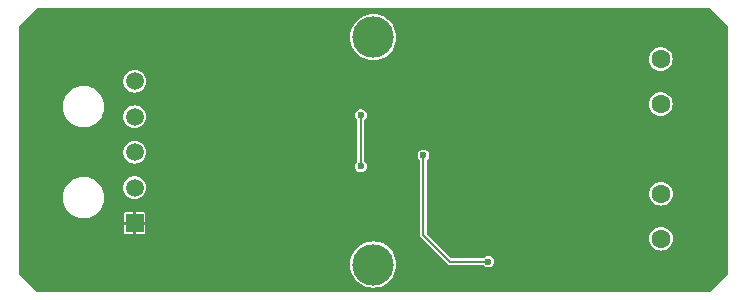
<source format=gbr>
%TF.GenerationSoftware,KiCad,Pcbnew,8.0.1*%
%TF.CreationDate,2024-04-22T12:52:14-04:00*%
%TF.ProjectId,QATCH_MUX_PCB_tester_1x1,51415443-485f-44d5-9558-5f5043425f74,1*%
%TF.SameCoordinates,Original*%
%TF.FileFunction,Copper,L2,Bot*%
%TF.FilePolarity,Positive*%
%FSLAX46Y46*%
G04 Gerber Fmt 4.6, Leading zero omitted, Abs format (unit mm)*
G04 Created by KiCad (PCBNEW 8.0.1) date 2024-04-22 12:52:14*
%MOMM*%
%LPD*%
G01*
G04 APERTURE LIST*
%TA.AperFunction,ComponentPad*%
%ADD10R,1.520000X1.520000*%
%TD*%
%TA.AperFunction,ComponentPad*%
%ADD11C,1.520000*%
%TD*%
%TA.AperFunction,ComponentPad*%
%ADD12C,1.600200*%
%TD*%
%TA.AperFunction,ViaPad*%
%ADD13C,3.500000*%
%TD*%
%TA.AperFunction,ViaPad*%
%ADD14C,0.600000*%
%TD*%
%TA.AperFunction,Conductor*%
%ADD15C,0.200000*%
%TD*%
G04 APERTURE END LIST*
D10*
%TO.P,J1,1,1*%
%TO.N,Net-(U1-\u002AG2A)*%
X118290000Y-105490000D03*
D11*
%TO.P,J1,2,2*%
%TO.N,Net-(U1-C)*%
X118290000Y-102490001D03*
%TO.P,J1,3,3*%
%TO.N,Net-(U1-B)*%
X118290000Y-99490002D03*
%TO.P,J1,4,4*%
%TO.N,Net-(U1-A)*%
X118290000Y-96490003D03*
%TO.P,J1,5,5*%
%TO.N,Net-(U2-EN)*%
X118290000Y-93490004D03*
%TD*%
D12*
%TO.P,J3,1,1*%
%TO.N,Net-(J3-Pad1)*%
X162854000Y-103009997D03*
%TO.P,J3,2,2*%
%TO.N,Net-(J3-Pad2)*%
X162854000Y-106819997D03*
%TD*%
%TO.P,J2,1,1*%
%TO.N,Net-(J2-Pad1)*%
X162844000Y-91600000D03*
%TO.P,J2,2,2*%
%TO.N,Net-(J2-Pad2)*%
X162844000Y-95410000D03*
%TD*%
D13*
%TO.N,*%
X138500000Y-109000000D03*
X138500000Y-89750000D03*
D14*
%TO.N,Net-(U1-G1)*%
X137450000Y-100700000D03*
X137450000Y-96350000D03*
%TO.N,Net-(U1-Y1)*%
X142750000Y-99750000D03*
X148250000Y-108750000D03*
%TD*%
D15*
%TO.N,Net-(U1-G1)*%
X137450000Y-100700000D02*
X137450000Y-96350000D01*
%TO.N,Net-(U1-Y1)*%
X145000000Y-108750000D02*
X148250000Y-108750000D01*
X142750000Y-99750000D02*
X142750000Y-106500000D01*
X142750000Y-106500000D02*
X145000000Y-108750000D01*
%TD*%
%TA.AperFunction,Conductor*%
%TO.N,Net-(U1-\u002AG2A)*%
G36*
X166999715Y-87307529D02*
G01*
X168492471Y-88800285D01*
X168499500Y-88817256D01*
X168499500Y-109782744D01*
X168492471Y-109799715D01*
X166999715Y-111292471D01*
X166982744Y-111299500D01*
X110017256Y-111299500D01*
X110000285Y-111292471D01*
X108507529Y-109799715D01*
X108500500Y-109782744D01*
X108500500Y-109000000D01*
X136544518Y-109000000D01*
X136564421Y-109278290D01*
X136564422Y-109278294D01*
X136623729Y-109550923D01*
X136713902Y-109792686D01*
X136721233Y-109812342D01*
X136854943Y-110057211D01*
X136854945Y-110057215D01*
X136956732Y-110193186D01*
X137022145Y-110280568D01*
X137219432Y-110477855D01*
X137442787Y-110645056D01*
X137605390Y-110733844D01*
X137687657Y-110778766D01*
X137687658Y-110778766D01*
X137687663Y-110778769D01*
X137949077Y-110876271D01*
X138221706Y-110935578D01*
X138500000Y-110955482D01*
X138778294Y-110935578D01*
X139050923Y-110876271D01*
X139312337Y-110778769D01*
X139557213Y-110645056D01*
X139780568Y-110477855D01*
X139977855Y-110280568D01*
X140145056Y-110057213D01*
X140278769Y-109812337D01*
X140376271Y-109550923D01*
X140435578Y-109278294D01*
X140455482Y-109000000D01*
X140435578Y-108721706D01*
X140376271Y-108449077D01*
X140278769Y-108187663D01*
X140145056Y-107942787D01*
X139977855Y-107719432D01*
X139780568Y-107522145D01*
X139706680Y-107466833D01*
X139557215Y-107354945D01*
X139557211Y-107354943D01*
X139312342Y-107221233D01*
X139268184Y-107204763D01*
X139050923Y-107123729D01*
X138829244Y-107075505D01*
X138778290Y-107064421D01*
X138500000Y-107044518D01*
X138221709Y-107064421D01*
X138085391Y-107094075D01*
X137949077Y-107123729D01*
X137949074Y-107123729D01*
X137949074Y-107123730D01*
X137687657Y-107221233D01*
X137442788Y-107354943D01*
X137442784Y-107354945D01*
X137219434Y-107522143D01*
X137022143Y-107719434D01*
X136854945Y-107942784D01*
X136854943Y-107942788D01*
X136721233Y-108187657D01*
X136626193Y-108442471D01*
X136623729Y-108449077D01*
X136623637Y-108449500D01*
X136564421Y-108721709D01*
X136544518Y-109000000D01*
X108500500Y-109000000D01*
X108500500Y-105364999D01*
X117380000Y-105364999D01*
X117380001Y-105365000D01*
X117795502Y-105365000D01*
X117780000Y-105422857D01*
X117780000Y-105557143D01*
X117795502Y-105615000D01*
X117380002Y-105615000D01*
X117380001Y-105615001D01*
X117380001Y-106264773D01*
X117388702Y-106308526D01*
X117388703Y-106308528D01*
X117421854Y-106358141D01*
X117421858Y-106358145D01*
X117471472Y-106391297D01*
X117515224Y-106399999D01*
X118164998Y-106399999D01*
X118165000Y-106399998D01*
X118165000Y-105984497D01*
X118222857Y-106000000D01*
X118357143Y-106000000D01*
X118415000Y-105984497D01*
X118415000Y-106399998D01*
X118415001Y-106399999D01*
X119064773Y-106399999D01*
X119108526Y-106391297D01*
X119108528Y-106391296D01*
X119158141Y-106358145D01*
X119158145Y-106358141D01*
X119191297Y-106308527D01*
X119199999Y-106264779D01*
X119200000Y-106264771D01*
X119200000Y-105615001D01*
X119199999Y-105615000D01*
X118784498Y-105615000D01*
X118800000Y-105557143D01*
X118800000Y-105422857D01*
X118784498Y-105365000D01*
X119199998Y-105365000D01*
X119199999Y-105364999D01*
X119199999Y-104715226D01*
X119191297Y-104671473D01*
X119191296Y-104671471D01*
X119158145Y-104621858D01*
X119158141Y-104621854D01*
X119108527Y-104588702D01*
X119064779Y-104580000D01*
X118415001Y-104580000D01*
X118415000Y-104580001D01*
X118415000Y-104995502D01*
X118357143Y-104980000D01*
X118222857Y-104980000D01*
X118165000Y-104995502D01*
X118165000Y-104580001D01*
X118164999Y-104580000D01*
X117515226Y-104580000D01*
X117471473Y-104588702D01*
X117471471Y-104588703D01*
X117421858Y-104621854D01*
X117421854Y-104621858D01*
X117388702Y-104671472D01*
X117380000Y-104715220D01*
X117380000Y-105364999D01*
X108500500Y-105364999D01*
X108500500Y-103454720D01*
X112219501Y-103454720D01*
X112234493Y-103568590D01*
X112249454Y-103682231D01*
X112308841Y-103903870D01*
X112308843Y-103903874D01*
X112396657Y-104115874D01*
X112511394Y-104314605D01*
X112651074Y-104496637D01*
X112651076Y-104496640D01*
X112651078Y-104496642D01*
X112651082Y-104496647D01*
X112813340Y-104658905D01*
X112813344Y-104658908D01*
X112813346Y-104658910D01*
X112813349Y-104658912D01*
X112995381Y-104798592D01*
X112995386Y-104798595D01*
X112995389Y-104798597D01*
X113194113Y-104913330D01*
X113406112Y-105001143D01*
X113406116Y-105001145D01*
X113627755Y-105060532D01*
X113627756Y-105060532D01*
X113627763Y-105060534D01*
X113855267Y-105090486D01*
X113855271Y-105090486D01*
X114084731Y-105090486D01*
X114084735Y-105090486D01*
X114312239Y-105060534D01*
X114398247Y-105037488D01*
X114533885Y-105001145D01*
X114533885Y-105001144D01*
X114533888Y-105001144D01*
X114745889Y-104913330D01*
X114944613Y-104798597D01*
X115126662Y-104658905D01*
X115288920Y-104496647D01*
X115428612Y-104314598D01*
X115543345Y-104115874D01*
X115631159Y-103903873D01*
X115690549Y-103682224D01*
X115720501Y-103454720D01*
X115720501Y-103225252D01*
X115690549Y-102997748D01*
X115631159Y-102776099D01*
X115543345Y-102564098D01*
X115500568Y-102490005D01*
X117324853Y-102490005D01*
X117343396Y-102678288D01*
X117366419Y-102754184D01*
X117398320Y-102859347D01*
X117487510Y-103026208D01*
X117487514Y-103026212D01*
X117487516Y-103026216D01*
X117607530Y-103172454D01*
X117607533Y-103172457D01*
X117607538Y-103172463D01*
X117607543Y-103172467D01*
X117607546Y-103172470D01*
X117753784Y-103292484D01*
X117753793Y-103292491D01*
X117920654Y-103381681D01*
X118093031Y-103433970D01*
X118101712Y-103436604D01*
X118289995Y-103455148D01*
X118290000Y-103455148D01*
X118290005Y-103455148D01*
X118478287Y-103436604D01*
X118478289Y-103436603D01*
X118478291Y-103436603D01*
X118659346Y-103381681D01*
X118826207Y-103292491D01*
X118972462Y-103172463D01*
X119092490Y-103026208D01*
X119181680Y-102859347D01*
X119236602Y-102678292D01*
X119236602Y-102678290D01*
X119236603Y-102678288D01*
X119255147Y-102490005D01*
X119255147Y-102489996D01*
X119236603Y-102301713D01*
X119233969Y-102293032D01*
X119181680Y-102120655D01*
X119092490Y-101953794D01*
X119033061Y-101881379D01*
X118972469Y-101807547D01*
X118972466Y-101807544D01*
X118972462Y-101807539D01*
X118972456Y-101807534D01*
X118972453Y-101807531D01*
X118826215Y-101687517D01*
X118826211Y-101687515D01*
X118826207Y-101687511D01*
X118659346Y-101598321D01*
X118554183Y-101566420D01*
X118478287Y-101543397D01*
X118290005Y-101524854D01*
X118289995Y-101524854D01*
X118101712Y-101543397D01*
X117996546Y-101575299D01*
X117920654Y-101598321D01*
X117920650Y-101598322D01*
X117920650Y-101598323D01*
X117753795Y-101687510D01*
X117753784Y-101687517D01*
X117607546Y-101807531D01*
X117607530Y-101807547D01*
X117487516Y-101953785D01*
X117487509Y-101953796D01*
X117419467Y-102081093D01*
X117398320Y-102120655D01*
X117379308Y-102183331D01*
X117343396Y-102301713D01*
X117324853Y-102489996D01*
X117324853Y-102490005D01*
X115500568Y-102490005D01*
X115428612Y-102365374D01*
X115428610Y-102365371D01*
X115428607Y-102365366D01*
X115288927Y-102183334D01*
X115288925Y-102183331D01*
X115288923Y-102183329D01*
X115288920Y-102183325D01*
X115126662Y-102021067D01*
X115126657Y-102021063D01*
X115126655Y-102021061D01*
X115126652Y-102021059D01*
X114944620Y-101881379D01*
X114745889Y-101766642D01*
X114533889Y-101678828D01*
X114533885Y-101678826D01*
X114312246Y-101619439D01*
X114312239Y-101619438D01*
X114084735Y-101589486D01*
X113855267Y-101589486D01*
X113648643Y-101616688D01*
X113627755Y-101619439D01*
X113406116Y-101678826D01*
X113406112Y-101678828D01*
X113194112Y-101766642D01*
X112995381Y-101881379D01*
X112813349Y-102021059D01*
X112813346Y-102021061D01*
X112651076Y-102183331D01*
X112651074Y-102183334D01*
X112511394Y-102365366D01*
X112396657Y-102564097D01*
X112308843Y-102776097D01*
X112308841Y-102776101D01*
X112249454Y-102997740D01*
X112249453Y-102997748D01*
X112219501Y-103225252D01*
X112219501Y-103454720D01*
X108500500Y-103454720D01*
X108500500Y-100700000D01*
X136944353Y-100700000D01*
X136964835Y-100842457D01*
X137024623Y-100973373D01*
X137118872Y-101082143D01*
X137239947Y-101159953D01*
X137378039Y-101200500D01*
X137378040Y-101200500D01*
X137521960Y-101200500D01*
X137521961Y-101200500D01*
X137660053Y-101159953D01*
X137781128Y-101082143D01*
X137875377Y-100973373D01*
X137935165Y-100842457D01*
X137955647Y-100700000D01*
X137935165Y-100557543D01*
X137875377Y-100426627D01*
X137781128Y-100317857D01*
X137781127Y-100317856D01*
X137761524Y-100305257D01*
X137751048Y-100290168D01*
X137750500Y-100285067D01*
X137750500Y-99750000D01*
X142244353Y-99750000D01*
X142264835Y-99892457D01*
X142324623Y-100023373D01*
X142418872Y-100132143D01*
X142438477Y-100144742D01*
X142448951Y-100159828D01*
X142449500Y-100164930D01*
X142449500Y-106539562D01*
X142458155Y-106571862D01*
X142469978Y-106615988D01*
X142469979Y-106615989D01*
X142474515Y-106623845D01*
X142509540Y-106684511D01*
X144815489Y-108990460D01*
X144884012Y-109030022D01*
X144960438Y-109050500D01*
X145039562Y-109050500D01*
X147837167Y-109050500D01*
X147854138Y-109057529D01*
X147855305Y-109058783D01*
X147918872Y-109132143D01*
X148039947Y-109209953D01*
X148178039Y-109250500D01*
X148178040Y-109250500D01*
X148321960Y-109250500D01*
X148321961Y-109250500D01*
X148460053Y-109209953D01*
X148581128Y-109132143D01*
X148675377Y-109023373D01*
X148735165Y-108892457D01*
X148755647Y-108750000D01*
X148735165Y-108607543D01*
X148675377Y-108476627D01*
X148581128Y-108367857D01*
X148581127Y-108367856D01*
X148460055Y-108290048D01*
X148460050Y-108290046D01*
X148420193Y-108278343D01*
X148321961Y-108249500D01*
X148178039Y-108249500D01*
X148120639Y-108266353D01*
X148039949Y-108290046D01*
X148039944Y-108290048D01*
X147918872Y-108367856D01*
X147855305Y-108441217D01*
X147838879Y-108449439D01*
X147837167Y-108449500D01*
X145134413Y-108449500D01*
X145117442Y-108442471D01*
X143494972Y-106820001D01*
X161848559Y-106820001D01*
X161867876Y-107016145D01*
X161891861Y-107095209D01*
X161925094Y-107204763D01*
X162018006Y-107378590D01*
X162018010Y-107378594D01*
X162018012Y-107378598D01*
X162143038Y-107530942D01*
X162143041Y-107530945D01*
X162143046Y-107530951D01*
X162143051Y-107530955D01*
X162143054Y-107530958D01*
X162295398Y-107655984D01*
X162295407Y-107655991D01*
X162469234Y-107748903D01*
X162648809Y-107803377D01*
X162657851Y-107806120D01*
X162853995Y-107825438D01*
X162854000Y-107825438D01*
X162854005Y-107825438D01*
X163050148Y-107806120D01*
X163050150Y-107806119D01*
X163050152Y-107806119D01*
X163238766Y-107748903D01*
X163412593Y-107655991D01*
X163564954Y-107530951D01*
X163689994Y-107378590D01*
X163782906Y-107204763D01*
X163840122Y-107016149D01*
X163840122Y-107016147D01*
X163840123Y-107016145D01*
X163859441Y-106820001D01*
X163859441Y-106819992D01*
X163840122Y-106623848D01*
X163840122Y-106623845D01*
X163837739Y-106615988D01*
X163782906Y-106435231D01*
X163689994Y-106261404D01*
X163564954Y-106109043D01*
X163564948Y-106109038D01*
X163564945Y-106109035D01*
X163412601Y-105984009D01*
X163412597Y-105984007D01*
X163412593Y-105984003D01*
X163238766Y-105891091D01*
X163129212Y-105857858D01*
X163050148Y-105833873D01*
X162854005Y-105814556D01*
X162853995Y-105814556D01*
X162657851Y-105833873D01*
X162548294Y-105867107D01*
X162469234Y-105891091D01*
X162469230Y-105891092D01*
X162469230Y-105891093D01*
X162295409Y-105984002D01*
X162295398Y-105984009D01*
X162143054Y-106109035D01*
X162143038Y-106109051D01*
X162018012Y-106261395D01*
X162018007Y-106261402D01*
X162018006Y-106261404D01*
X161925094Y-106435231D01*
X161870261Y-106615988D01*
X161867878Y-106623845D01*
X161867877Y-106623848D01*
X161848559Y-106819992D01*
X161848559Y-106820001D01*
X143494972Y-106820001D01*
X143057529Y-106382558D01*
X143050500Y-106365587D01*
X143050500Y-103010001D01*
X161848559Y-103010001D01*
X161867876Y-103206145D01*
X161873674Y-103225256D01*
X161925094Y-103394763D01*
X162018006Y-103568590D01*
X162018010Y-103568594D01*
X162018012Y-103568598D01*
X162143038Y-103720942D01*
X162143041Y-103720945D01*
X162143046Y-103720951D01*
X162143051Y-103720955D01*
X162143054Y-103720958D01*
X162295398Y-103845984D01*
X162295407Y-103845991D01*
X162469234Y-103938903D01*
X162648809Y-103993377D01*
X162657851Y-103996120D01*
X162853995Y-104015438D01*
X162854000Y-104015438D01*
X162854005Y-104015438D01*
X163050148Y-103996120D01*
X163050150Y-103996119D01*
X163050152Y-103996119D01*
X163238766Y-103938903D01*
X163412593Y-103845991D01*
X163564954Y-103720951D01*
X163689994Y-103568590D01*
X163782906Y-103394763D01*
X163840122Y-103206149D01*
X163840122Y-103206147D01*
X163840123Y-103206145D01*
X163859441Y-103010001D01*
X163859441Y-103009992D01*
X163840123Y-102813848D01*
X163828672Y-102776101D01*
X163782906Y-102625231D01*
X163689994Y-102451404D01*
X163619391Y-102365374D01*
X163564961Y-102299051D01*
X163564958Y-102299048D01*
X163564954Y-102299043D01*
X163564948Y-102299038D01*
X163564945Y-102299035D01*
X163412601Y-102174009D01*
X163412597Y-102174007D01*
X163412593Y-102174003D01*
X163238766Y-102081091D01*
X163129212Y-102047858D01*
X163050148Y-102023873D01*
X162854005Y-102004556D01*
X162853995Y-102004556D01*
X162657851Y-102023873D01*
X162548294Y-102057107D01*
X162469234Y-102081091D01*
X162469230Y-102081092D01*
X162469230Y-102081093D01*
X162295409Y-102174002D01*
X162295398Y-102174009D01*
X162143054Y-102299035D01*
X162143038Y-102299051D01*
X162018012Y-102451395D01*
X162018007Y-102451402D01*
X162018006Y-102451404D01*
X161925094Y-102625231D01*
X161908999Y-102678288D01*
X161867876Y-102813848D01*
X161848559Y-103009992D01*
X161848559Y-103010001D01*
X143050500Y-103010001D01*
X143050500Y-100164930D01*
X143057529Y-100147959D01*
X143061513Y-100144747D01*
X143081128Y-100132143D01*
X143175377Y-100023373D01*
X143235165Y-99892457D01*
X143255647Y-99750000D01*
X143235165Y-99607543D01*
X143175377Y-99476627D01*
X143081128Y-99367857D01*
X143081127Y-99367856D01*
X142960055Y-99290048D01*
X142960050Y-99290046D01*
X142920193Y-99278343D01*
X142821961Y-99249500D01*
X142678039Y-99249500D01*
X142620639Y-99266353D01*
X142539949Y-99290046D01*
X142539944Y-99290048D01*
X142418872Y-99367856D01*
X142324622Y-99476628D01*
X142264836Y-99607540D01*
X142264835Y-99607543D01*
X142244353Y-99750000D01*
X137750500Y-99750000D01*
X137750500Y-96764930D01*
X137757529Y-96747959D01*
X137761513Y-96744747D01*
X137781128Y-96732143D01*
X137875377Y-96623373D01*
X137935165Y-96492457D01*
X137955647Y-96350000D01*
X137935165Y-96207543D01*
X137875377Y-96076627D01*
X137781128Y-95967857D01*
X137781127Y-95967856D01*
X137660055Y-95890048D01*
X137660050Y-95890046D01*
X137620193Y-95878343D01*
X137521961Y-95849500D01*
X137378039Y-95849500D01*
X137320639Y-95866353D01*
X137239949Y-95890046D01*
X137239944Y-95890048D01*
X137118872Y-95967856D01*
X137024622Y-96076628D01*
X136966503Y-96203890D01*
X136964835Y-96207543D01*
X136944353Y-96350000D01*
X136964835Y-96492457D01*
X137024623Y-96623373D01*
X137118872Y-96732143D01*
X137138477Y-96744742D01*
X137148951Y-96759828D01*
X137149500Y-96764930D01*
X137149500Y-100285067D01*
X137142471Y-100302038D01*
X137138476Y-100305257D01*
X137118872Y-100317856D01*
X137024622Y-100426628D01*
X137020066Y-100436605D01*
X136964835Y-100557543D01*
X136944353Y-100700000D01*
X108500500Y-100700000D01*
X108500500Y-99490006D01*
X117324853Y-99490006D01*
X117343396Y-99678289D01*
X117365150Y-99750000D01*
X117398320Y-99859348D01*
X117487510Y-100026209D01*
X117487514Y-100026213D01*
X117487516Y-100026217D01*
X117607530Y-100172455D01*
X117607533Y-100172458D01*
X117607538Y-100172464D01*
X117607543Y-100172468D01*
X117607546Y-100172471D01*
X117750961Y-100290168D01*
X117753793Y-100292492D01*
X117920654Y-100381682D01*
X118093031Y-100433971D01*
X118101712Y-100436605D01*
X118289995Y-100455149D01*
X118290000Y-100455149D01*
X118290005Y-100455149D01*
X118478287Y-100436605D01*
X118478289Y-100436604D01*
X118478291Y-100436604D01*
X118659346Y-100381682D01*
X118826207Y-100292492D01*
X118972462Y-100172464D01*
X119092490Y-100026209D01*
X119181680Y-99859348D01*
X119236602Y-99678293D01*
X119236602Y-99678291D01*
X119236603Y-99678289D01*
X119255147Y-99490006D01*
X119255147Y-99489997D01*
X119236603Y-99301714D01*
X119220764Y-99249500D01*
X119181680Y-99120656D01*
X119092490Y-98953795D01*
X118972462Y-98807540D01*
X118972456Y-98807535D01*
X118972453Y-98807532D01*
X118826215Y-98687518D01*
X118826211Y-98687516D01*
X118826207Y-98687512D01*
X118659346Y-98598322D01*
X118554183Y-98566421D01*
X118478287Y-98543398D01*
X118290005Y-98524855D01*
X118289995Y-98524855D01*
X118101712Y-98543398D01*
X117996546Y-98575300D01*
X117920654Y-98598322D01*
X117920650Y-98598323D01*
X117920650Y-98598324D01*
X117753795Y-98687511D01*
X117753784Y-98687518D01*
X117607546Y-98807532D01*
X117607530Y-98807548D01*
X117487516Y-98953786D01*
X117487511Y-98953793D01*
X117487510Y-98953795D01*
X117398320Y-99120656D01*
X117375298Y-99196548D01*
X117343396Y-99301714D01*
X117324853Y-99489997D01*
X117324853Y-99490006D01*
X108500500Y-99490006D01*
X108500500Y-95754736D01*
X112219501Y-95754736D01*
X112247656Y-95968590D01*
X112249454Y-95982247D01*
X112308841Y-96203886D01*
X112308843Y-96203890D01*
X112396657Y-96415890D01*
X112511394Y-96614621D01*
X112651074Y-96796653D01*
X112651076Y-96796656D01*
X112651078Y-96796658D01*
X112651082Y-96796663D01*
X112813340Y-96958921D01*
X112813344Y-96958924D01*
X112813346Y-96958926D01*
X112813349Y-96958928D01*
X112995381Y-97098608D01*
X112995386Y-97098611D01*
X112995389Y-97098613D01*
X113194113Y-97213346D01*
X113406112Y-97301159D01*
X113406116Y-97301161D01*
X113627755Y-97360548D01*
X113627756Y-97360548D01*
X113627763Y-97360550D01*
X113855267Y-97390502D01*
X113855271Y-97390502D01*
X114084731Y-97390502D01*
X114084735Y-97390502D01*
X114312239Y-97360550D01*
X114398247Y-97337504D01*
X114533885Y-97301161D01*
X114533885Y-97301160D01*
X114533888Y-97301160D01*
X114745889Y-97213346D01*
X114944613Y-97098613D01*
X115126662Y-96958921D01*
X115288920Y-96796663D01*
X115421891Y-96623373D01*
X115428607Y-96614621D01*
X115428608Y-96614619D01*
X115428612Y-96614614D01*
X115500554Y-96490007D01*
X117324853Y-96490007D01*
X117343396Y-96678290D01*
X117366419Y-96754186D01*
X117398320Y-96859349D01*
X117487510Y-97026210D01*
X117487514Y-97026214D01*
X117487516Y-97026218D01*
X117607530Y-97172456D01*
X117607533Y-97172459D01*
X117607538Y-97172465D01*
X117607543Y-97172469D01*
X117607546Y-97172472D01*
X117753784Y-97292486D01*
X117753793Y-97292493D01*
X117920654Y-97381683D01*
X118093031Y-97433972D01*
X118101712Y-97436606D01*
X118289995Y-97455150D01*
X118290000Y-97455150D01*
X118290005Y-97455150D01*
X118478287Y-97436606D01*
X118478289Y-97436605D01*
X118478291Y-97436605D01*
X118659346Y-97381683D01*
X118826207Y-97292493D01*
X118972462Y-97172465D01*
X119092490Y-97026210D01*
X119181680Y-96859349D01*
X119236602Y-96678294D01*
X119236602Y-96678292D01*
X119236603Y-96678290D01*
X119255147Y-96490007D01*
X119255147Y-96489998D01*
X119236603Y-96301715D01*
X119219698Y-96245987D01*
X119181680Y-96120657D01*
X119092490Y-95953796D01*
X118972462Y-95807541D01*
X118972456Y-95807536D01*
X118972453Y-95807533D01*
X118826215Y-95687519D01*
X118826211Y-95687517D01*
X118826207Y-95687513D01*
X118659346Y-95598323D01*
X118554183Y-95566422D01*
X118478287Y-95543399D01*
X118290005Y-95524856D01*
X118289995Y-95524856D01*
X118101712Y-95543399D01*
X117996546Y-95575301D01*
X117920654Y-95598323D01*
X117920650Y-95598324D01*
X117920650Y-95598325D01*
X117753795Y-95687512D01*
X117753784Y-95687519D01*
X117607546Y-95807533D01*
X117607530Y-95807549D01*
X117487516Y-95953787D01*
X117487511Y-95953794D01*
X117487510Y-95953796D01*
X117398320Y-96120657D01*
X117375298Y-96196549D01*
X117343396Y-96301715D01*
X117324853Y-96489998D01*
X117324853Y-96490007D01*
X115500554Y-96490007D01*
X115543345Y-96415890D01*
X115631159Y-96203889D01*
X115690549Y-95982240D01*
X115720501Y-95754736D01*
X115720501Y-95525268D01*
X115705326Y-95410004D01*
X161838559Y-95410004D01*
X161857876Y-95606148D01*
X161881861Y-95685212D01*
X161915094Y-95794766D01*
X162008006Y-95968593D01*
X162008010Y-95968597D01*
X162008012Y-95968601D01*
X162133038Y-96120945D01*
X162133041Y-96120948D01*
X162133046Y-96120954D01*
X162133051Y-96120958D01*
X162133054Y-96120961D01*
X162285398Y-96245987D01*
X162285407Y-96245994D01*
X162459234Y-96338906D01*
X162638809Y-96393380D01*
X162647851Y-96396123D01*
X162843995Y-96415441D01*
X162844000Y-96415441D01*
X162844005Y-96415441D01*
X163040148Y-96396123D01*
X163040150Y-96396122D01*
X163040152Y-96396122D01*
X163228766Y-96338906D01*
X163402593Y-96245994D01*
X163554954Y-96120954D01*
X163679994Y-95968593D01*
X163772906Y-95794766D01*
X163830122Y-95606152D01*
X163830122Y-95606150D01*
X163830123Y-95606148D01*
X163849441Y-95410004D01*
X163849441Y-95409995D01*
X163830123Y-95213851D01*
X163827380Y-95204809D01*
X163772906Y-95025234D01*
X163679994Y-94851407D01*
X163554954Y-94699046D01*
X163554948Y-94699041D01*
X163554945Y-94699038D01*
X163402601Y-94574012D01*
X163402597Y-94574010D01*
X163402593Y-94574006D01*
X163228766Y-94481094D01*
X163119212Y-94447861D01*
X163040148Y-94423876D01*
X162844005Y-94404559D01*
X162843995Y-94404559D01*
X162647851Y-94423876D01*
X162544756Y-94455151D01*
X162459234Y-94481094D01*
X162459230Y-94481095D01*
X162459230Y-94481096D01*
X162285409Y-94574005D01*
X162285398Y-94574012D01*
X162133054Y-94699038D01*
X162133038Y-94699054D01*
X162008012Y-94851398D01*
X162008007Y-94851405D01*
X162008006Y-94851407D01*
X161915094Y-95025234D01*
X161899659Y-95076117D01*
X161857876Y-95213851D01*
X161838559Y-95409995D01*
X161838559Y-95410004D01*
X115705326Y-95410004D01*
X115690549Y-95297764D01*
X115631159Y-95076115D01*
X115543345Y-94864114D01*
X115428612Y-94665390D01*
X115428610Y-94665387D01*
X115428607Y-94665382D01*
X115288927Y-94483350D01*
X115288925Y-94483347D01*
X115288923Y-94483345D01*
X115288920Y-94483341D01*
X115126662Y-94321083D01*
X115126657Y-94321079D01*
X115126655Y-94321077D01*
X115126652Y-94321075D01*
X114944620Y-94181395D01*
X114745889Y-94066658D01*
X114533889Y-93978844D01*
X114533885Y-93978842D01*
X114312246Y-93919455D01*
X114312239Y-93919454D01*
X114084735Y-93889502D01*
X113855267Y-93889502D01*
X113648643Y-93916704D01*
X113627755Y-93919455D01*
X113406116Y-93978842D01*
X113406112Y-93978844D01*
X113194112Y-94066658D01*
X112995381Y-94181395D01*
X112813349Y-94321075D01*
X112813346Y-94321077D01*
X112651076Y-94483347D01*
X112651074Y-94483350D01*
X112511394Y-94665382D01*
X112396657Y-94864113D01*
X112308843Y-95076113D01*
X112308841Y-95076117D01*
X112249454Y-95297756D01*
X112249453Y-95297764D01*
X112219501Y-95525268D01*
X112219501Y-95754736D01*
X108500500Y-95754736D01*
X108500500Y-93490008D01*
X117324853Y-93490008D01*
X117343396Y-93678291D01*
X117366419Y-93754187D01*
X117398320Y-93859350D01*
X117487510Y-94026211D01*
X117487514Y-94026215D01*
X117487516Y-94026219D01*
X117607530Y-94172457D01*
X117607533Y-94172460D01*
X117607538Y-94172466D01*
X117607543Y-94172470D01*
X117607546Y-94172473D01*
X117618413Y-94181391D01*
X117753793Y-94292494D01*
X117920654Y-94381684D01*
X118093031Y-94433973D01*
X118101712Y-94436607D01*
X118289995Y-94455151D01*
X118290000Y-94455151D01*
X118290005Y-94455151D01*
X118478287Y-94436607D01*
X118478289Y-94436606D01*
X118478291Y-94436606D01*
X118659346Y-94381684D01*
X118826207Y-94292494D01*
X118972462Y-94172466D01*
X119092490Y-94026211D01*
X119181680Y-93859350D01*
X119236602Y-93678295D01*
X119236602Y-93678293D01*
X119236603Y-93678291D01*
X119255147Y-93490008D01*
X119255147Y-93489999D01*
X119236603Y-93301716D01*
X119233969Y-93293035D01*
X119181680Y-93120658D01*
X119092490Y-92953797D01*
X118972462Y-92807542D01*
X118972456Y-92807537D01*
X118972453Y-92807534D01*
X118826215Y-92687520D01*
X118826211Y-92687518D01*
X118826207Y-92687514D01*
X118659346Y-92598324D01*
X118554183Y-92566423D01*
X118478287Y-92543400D01*
X118290005Y-92524857D01*
X118289995Y-92524857D01*
X118101712Y-92543400D01*
X117996546Y-92575302D01*
X117920654Y-92598324D01*
X117920650Y-92598325D01*
X117920650Y-92598326D01*
X117753795Y-92687513D01*
X117753784Y-92687520D01*
X117607546Y-92807534D01*
X117607530Y-92807550D01*
X117487516Y-92953788D01*
X117487511Y-92953795D01*
X117487510Y-92953797D01*
X117398320Y-93120658D01*
X117375298Y-93196550D01*
X117343396Y-93301716D01*
X117324853Y-93489999D01*
X117324853Y-93490008D01*
X108500500Y-93490008D01*
X108500500Y-89750000D01*
X136544518Y-89750000D01*
X136564421Y-90028290D01*
X136564422Y-90028294D01*
X136623729Y-90300923D01*
X136623730Y-90300925D01*
X136721233Y-90562342D01*
X136831351Y-90764006D01*
X136854944Y-90807213D01*
X137022145Y-91030568D01*
X137219432Y-91227855D01*
X137442787Y-91395056D01*
X137605390Y-91483844D01*
X137687657Y-91528766D01*
X137687658Y-91528766D01*
X137687663Y-91528769D01*
X137949077Y-91626271D01*
X138221706Y-91685578D01*
X138500000Y-91705482D01*
X138778294Y-91685578D01*
X139050923Y-91626271D01*
X139121348Y-91600004D01*
X161838559Y-91600004D01*
X161857876Y-91796148D01*
X161881861Y-91875212D01*
X161915094Y-91984766D01*
X162008006Y-92158593D01*
X162008010Y-92158597D01*
X162008012Y-92158601D01*
X162133038Y-92310945D01*
X162133041Y-92310948D01*
X162133046Y-92310954D01*
X162133051Y-92310958D01*
X162133054Y-92310961D01*
X162285398Y-92435987D01*
X162285407Y-92435994D01*
X162459234Y-92528906D01*
X162638809Y-92583380D01*
X162647851Y-92586123D01*
X162843995Y-92605441D01*
X162844000Y-92605441D01*
X162844005Y-92605441D01*
X163040148Y-92586123D01*
X163040150Y-92586122D01*
X163040152Y-92586122D01*
X163228766Y-92528906D01*
X163402593Y-92435994D01*
X163554954Y-92310954D01*
X163679994Y-92158593D01*
X163772906Y-91984766D01*
X163830122Y-91796152D01*
X163830122Y-91796150D01*
X163830123Y-91796148D01*
X163849441Y-91600004D01*
X163849441Y-91599995D01*
X163830123Y-91403851D01*
X163827380Y-91394809D01*
X163772906Y-91215234D01*
X163679994Y-91041407D01*
X163671099Y-91030568D01*
X163554961Y-90889054D01*
X163554958Y-90889051D01*
X163554954Y-90889046D01*
X163554948Y-90889041D01*
X163554945Y-90889038D01*
X163402601Y-90764012D01*
X163402597Y-90764010D01*
X163402593Y-90764006D01*
X163228766Y-90671094D01*
X163119212Y-90637861D01*
X163040148Y-90613876D01*
X162844005Y-90594559D01*
X162843995Y-90594559D01*
X162647851Y-90613876D01*
X162538294Y-90647110D01*
X162459234Y-90671094D01*
X162459230Y-90671095D01*
X162459230Y-90671096D01*
X162285409Y-90764005D01*
X162285398Y-90764012D01*
X162133054Y-90889038D01*
X162133038Y-90889054D01*
X162008012Y-91041398D01*
X162008007Y-91041405D01*
X162008006Y-91041407D01*
X161915094Y-91215234D01*
X161891110Y-91294294D01*
X161857876Y-91403851D01*
X161838559Y-91599995D01*
X161838559Y-91600004D01*
X139121348Y-91600004D01*
X139312337Y-91528769D01*
X139557213Y-91395056D01*
X139780568Y-91227855D01*
X139977855Y-91030568D01*
X140145056Y-90807213D01*
X140278769Y-90562337D01*
X140376271Y-90300923D01*
X140435578Y-90028294D01*
X140455482Y-89750000D01*
X140435578Y-89471706D01*
X140376271Y-89199077D01*
X140278769Y-88937663D01*
X140145056Y-88692787D01*
X139977855Y-88469432D01*
X139780568Y-88272145D01*
X139683525Y-88199500D01*
X139557215Y-88104945D01*
X139557211Y-88104943D01*
X139312342Y-87971233D01*
X139312337Y-87971231D01*
X139050923Y-87873729D01*
X138829244Y-87825505D01*
X138778290Y-87814421D01*
X138500000Y-87794518D01*
X138221709Y-87814421D01*
X138085391Y-87844075D01*
X137949077Y-87873729D01*
X137949074Y-87873729D01*
X137949074Y-87873730D01*
X137687657Y-87971233D01*
X137442788Y-88104943D01*
X137442784Y-88104945D01*
X137219434Y-88272143D01*
X137022143Y-88469434D01*
X136854945Y-88692784D01*
X136854943Y-88692788D01*
X136721233Y-88937657D01*
X136623730Y-89199074D01*
X136564421Y-89471709D01*
X136544518Y-89750000D01*
X108500500Y-89750000D01*
X108500500Y-88817256D01*
X108507529Y-88800285D01*
X110000285Y-87307529D01*
X110017256Y-87300500D01*
X166982744Y-87300500D01*
X166999715Y-87307529D01*
G37*
%TD.AperFunction*%
%TD*%
M02*

</source>
